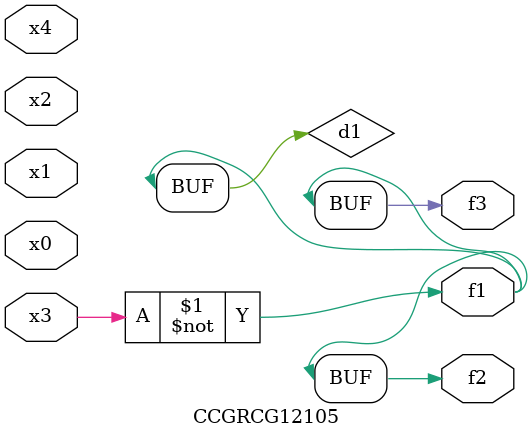
<source format=v>
module CCGRCG12105(
	input x0, x1, x2, x3, x4,
	output f1, f2, f3
);

	wire d1, d2;

	xnor (d1, x3);
	not (d2, x1);
	assign f1 = d1;
	assign f2 = d1;
	assign f3 = d1;
endmodule

</source>
